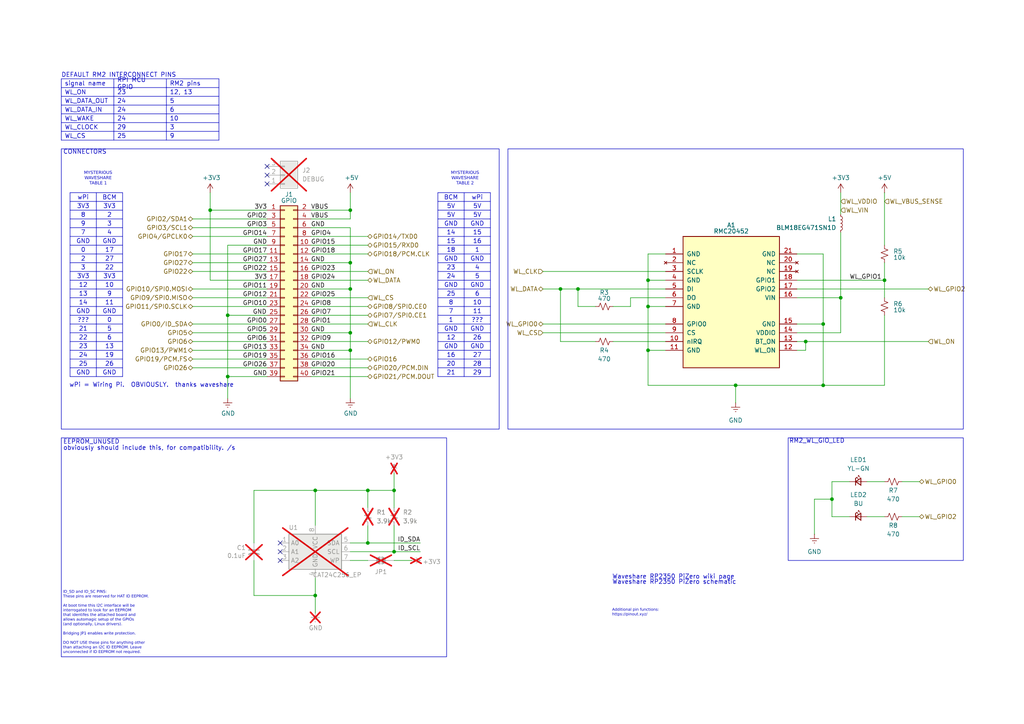
<source format=kicad_sch>
(kicad_sch (version 20250114) (generator "eeschema") (generator_version "9.0")
  (paper "A4")
  (title_block (title "Radio Module 2 uHAT for Pico Series") (date "2026-02-13") (rev "0.0.0") (company "LiterallySomeCat"))
  (lib_symbols
    (symbol "Connector_Generic:Conn_02x20_Odd_Even" (pin_names (offset 1.016) (hide yes))
      (property "Reference" "J" (at 1.27 25.4 0))
      (property "Value" "Conn_02x20_Odd_Even" (at 1.27 -27.94 0))
      (symbol "Conn_02x20_Odd_Even_1_1"
        (pin passive line (at -5.08 22.86 0) (length 3.81) (name "Pin_1") (number "1"))
        (pin passive line (at -5.08 20.32 0) (length 3.81) (name "Pin_3") (number "3"))
        (pin passive line (at -5.08 17.78 0) (length 3.81) (name "Pin_5") (number "5"))
        (pin passive line (at -5.08 15.24 0) (length 3.81) (name "Pin_7") (number "7"))
        (pin passive line (at -5.08 12.7 0) (length 3.81) (name "Pin_9") (number "9"))
        (pin passive line (at -5.08 10.16 0) (length 3.81) (name "Pin_11") (number "11"))
        (pin passive line (at -5.08 7.62 0) (length 3.81) (name "Pin_13") (number "13"))
        (pin passive line (at -5.08 5.08 0) (length 3.81) (name "Pin_15") (number "15"))
        (pin passive line (at -5.08 2.54 0) (length 3.81) (name "Pin_17") (number "17"))
        (pin passive line (at -5.08 0 0) (length 3.81) (name "Pin_19") (number "19"))
        (pin passive line (at -5.08 -2.54 0) (length 3.81) (name "Pin_21") (number "21"))
        (pin passive line (at -5.08 -5.08 0) (length 3.81) (name "Pin_23") (number "23"))
        (pin passive line (at -5.08 -7.62 0) (length 3.81) (name "Pin_25") (number "25"))
        (pin passive line (at -5.08 -10.16 0) (length 3.81) (name "Pin_27") (number "27"))
        (pin passive line (at -5.08 -12.7 0) (length 3.81) (name "Pin_29") (number "29"))
        (pin passive line (at -5.08 -15.24 0) (length 3.81) (name "Pin_31") (number "31"))
        (pin passive line (at -5.08 -17.78 0) (length 3.81) (name "Pin_33") (number "33"))
        (pin passive line (at -5.08 -20.32 0) (length 3.81) (name "Pin_35") (number "35"))
        (pin passive line (at -5.08 -22.86 0) (length 3.81) (name "Pin_37") (number "37"))
        (pin passive line (at -5.08 -25.4 0) (length 3.81) (name "Pin_39") (number "39"))
        (pin passive line (at 7.62 22.86 180) (length 3.81) (name "Pin_2") (number "2"))
        (pin passive line (at 7.62 20.32 180) (length 3.81) (name "Pin_4") (number "4"))
        (pin passive line (at 7.62 17.78 180) (length 3.81) (name "Pin_6") (number "6"))
        (pin passive line (at 7.62 15.24 180) (length 3.81) (name "Pin_8") (number "8"))
        (pin passive line (at 7.62 12.7 180) (length 3.81) (name "Pin_10") (number "10"))
        (pin passive line (at 7.62 10.16 180) (length 3.81) (name "Pin_12") (number "12"))
        (pin passive line (at 7.62 7.62 180) (length 3.81) (name "Pin_14") (number "14"))
        (pin passive line (at 7.62 5.08 180) (length 3.81) (name "Pin_16") (number "16"))
        (pin passive line (at 7.62 2.54 180) (length 3.81) (name "Pin_18") (number "18"))
        (pin passive line (at 7.62 0 180) (length 3.81) (name "Pin_20") (number "20"))
        (pin passive line (at 7.62 -2.54 180) (length 3.81) (name "Pin_22") (number "22"))
        (pin passive line (at 7.62 -5.08 180) (length 3.81) (name "Pin_24") (number "24"))
        (pin passive line (at 7.62 -7.62 180) (length 3.81) (name "Pin_26") (number "26"))
        (pin passive line (at 7.62 -10.16 180) (length 3.81) (name "Pin_28") (number "28"))
        (pin passive line (at 7.62 -12.7 180) (length 3.81) (name "Pin_30") (number "30"))
        (pin passive line (at 7.62 -15.24 180) (length 3.81) (name "Pin_32") (number "32"))
        (pin passive line (at 7.62 -17.78 180) (length 3.81) (name "Pin_34") (number "34"))
        (pin passive line (at 7.62 -20.32 180) (length 3.81) (name "Pin_36") (number "36"))
        (pin passive line (at 7.62 -22.86 180) (length 3.81) (name "Pin_38") (number "38"))
        (pin passive line (at 7.62 -25.4 180) (length 3.81) (name "Pin_40") (number "40"))
      )
    )
    (symbol "Device:C_Small_US" (pin_numbers (hide yes)) (pin_names (offset 0.254) (hide yes))
      (property "Reference" "C" (at 0.254 1.778 0))
      (property "Value" "C_Small_US" (at 0.254 -2.032 0))
      (symbol "C_Small_US_1_1"
        (pin passive line (at 0 2.54 270) (length 2.032) (name "~") (number "1"))
        (pin passive line (at 0 -2.54 90) (length 2.032) (name "~") (number "2"))
      )
    )
    (symbol "Device:L_Small" (pin_numbers (hide yes)) (pin_names (offset 0.254) (hide yes))
      (property "Reference" "L" (at 0.762 1.016 0))
      (property "Value" "L_Small" (at 0.762 -1.016 0))
      (symbol "L_Small_1_1"
        (pin passive line (at 0 2.54 270) (length 0.508) (name "~") (number "1"))
        (pin passive line (at 0 -2.54 90) (length 0.508) (name "~") (number "2"))
      )
    )
    (symbol "Device:R_Small_US" (pin_numbers (hide yes)) (pin_names (offset 0.254) (hide yes))
      (property "Reference" "R" (at 0.762 0.508 0))
      (property "Value" "R_Small_US" (at 0.762 -1.016 0))
      (symbol "R_Small_US_1_1"
        (pin passive line (at 0 2.54 270) (length 1.016) (name "~") (number "1"))
        (pin passive line (at 0 -2.54 90) (length 1.016) (name "~") (number "2"))
      )
    )
    (symbol "GND_1" (power) (pin_numbers (hide yes)) (pin_names (offset 0) (hide yes))
      (property "Value" "GND" (at 0 -3.81 0))
      (symbol "GND_1_1_1"
        (pin power_in line (at 0 0 270) (length 0) (name "~") (number "1"))
      )
    )
    (symbol "GND_2" (power) (pin_numbers (hide yes)) (pin_names (offset 0) (hide yes))
      (property "Value" "GND" (at 0 -3.81 0))
      (symbol "GND_2_1_1"
        (pin power_in line (at 0 0 270) (length 0) (name "~") (number "1"))
      )
    )
    (symbol "GND_3" (power) (pin_numbers (hide yes)) (pin_names (offset 0) (hide yes))
      (property "Value" "GND" (at 0 -3.81 0))
      (symbol "GND_3_1_1"
        (pin power_in line (at 0 0 270) (length 0) (name "~") (number "1"))
      )
    )
    (symbol "GND_4" (power) (pin_numbers (hide yes)) (pin_names (offset 0) (hide yes))
      (property "Value" "GND" (at 0 -3.81 0))
      (symbol "GND_4_1_1"
        (pin power_in line (at 0 0 270) (length 0) (name "~") (number "1"))
      )
    )
    (symbol "Jumper:SolderJumper_2_Open" (pin_numbers (hide yes)) (pin_names (offset 0) (hide yes)) (in_bom no)
      (property "Reference" "JP" (at 0 2.032 0))
      (property "Value" "SolderJumper_2_Open" (at 0 -2.54 0))
      (symbol "SolderJumper_2_Open_1_1"
        (pin passive line (at -3.81 0 0) (length 2.54) (name "A") (number "1"))
        (pin passive line (at 3.81 0 180) (length 2.54) (name "B") (number "2"))
      )
    )
    (symbol "bad-symbol-edits:CAT24C256_EP"
      (property "Reference" "U1" (at -6.35 7.0042 0))
      (property "Value" "CAT24C256_EP" (at 6.35 -6.7245 0))
      (symbol "CAT24C256_EP_1_1"
        (pin input line (at -10.16 2.54 0) (length 2.54) (name "A0") (number "1"))
        (pin input line (at -10.16 0 0) (length 2.54) (name "A1") (number "2"))
        (pin input line (at -10.16 -2.54 0) (length 2.54) (name "A2") (number "3"))
        (pin power_in line (at 0 7.62 270) (length 2.54) (name "VCC") (number "8"))
        (pin power_in line (at 0 -7.62 90) (length 2.54) (name "GND") (number "4"))
        (pin power_in line (at 0 -7.62 90) (length 2.54) (hide yes) (name "EP") (number "9"))
        (pin bidirectional line (at 10.16 2.54 180) (length 2.54) (name "SDA") (number "5"))
        (pin input line (at 10.16 0 180) (length 2.54) (name "SCL") (number "6"))
        (pin input line (at 10.16 -2.54 180) (length 2.54) (name "WP") (number "7"))
      )
    )
    (symbol "bad-symbol-edits:GND" (power) (pin_numbers (hide yes)) (pin_names (offset 0) (hide yes))
      (property "Value" "GND" (at 0 -3.81 0))
      (symbol "GND_1_1"
        (pin power_in line (at 0 0 270) (length 0) (name "~") (number "1"))
      )
    )
    (symbol "bad-symbol-edits:RPI_RMC20452T_edit" (pin_names (offset 1.016))
      (property "Reference" "A" (at 13.97 4.064 0))
      (property "Value" "RMC20452" (at 13.97 2.032 0))
      (symbol "RPI_RMC20452T_edit_1_0"
        (pin output line (at -5.08 -17.78 0) (length 5.08) (name "DO") (number "6"))
        (pin power_in line (at -5.08 -20.32 0) (length 5.08) (name "GND") (number "7"))
        (pin bidirectional line (at -5.08 -25.4 0) (length 5.08) (name "GPIO0") (number "8"))
        (pin input line (at -5.08 -27.94 0) (length 5.08) (name "CS") (number "9"))
        (pin output line (at -5.08 -30.48 0) (length 5.08) (name "nIRQ") (number "10"))
        (pin power_in line (at -5.08 -33.02 0) (length 5.08) (name "GND") (number "11"))
        (pin power_in line (at 33.02 -5.08 180) (length 5.08) (name "GND") (number "21"))
        (pin bidirectional line (at 33.02 -12.7 180) (length 5.08) (name "GPIO1") (number "18"))
        (pin bidirectional line (at 33.02 -15.24 180) (length 5.08) (name "GPIO2") (number "17"))
        (pin power_in line (at 33.02 -17.78 180) (length 5.08) (name "VIN") (number "16"))
        (pin power_in line (at 33.02 -25.4 180) (length 5.08) (name "GND") (number "15"))
        (pin power_in line (at 33.02 -27.94 180) (length 5.08) (name "VDDIO") (number "14"))
        (pin input line (at 33.02 -30.48 180) (length 5.08) (name "BT_ON") (number "13"))
        (pin input line (at 33.02 -33.02 180) (length 5.08) (name "WL_ON") (number "12"))
      )
      (symbol "RPI_RMC20452T_edit_1_1"
        (pin power_in line (at -5.08 -5.08 0) (length 5.08) (name "GND") (number "1"))
        (pin no_connect line (at -5.08 -7.62 0) (length 5.08) (name "NC") (number "2"))
        (pin input line (at -5.08 -10.16 0) (length 5.08) (name "SCLK") (number "3"))
        (pin power_in line (at -5.08 -12.7 0) (length 5.08) (name "GND") (number "4"))
        (pin input line (at -5.08 -15.24 0) (length 5.08) (name "DI") (number "5"))
        (pin no_connect line (at 33.02 -7.62 180) (length 5.08) (name "NC") (number "20"))
        (pin no_connect line (at 33.02 -10.16 180) (length 5.08) (name "NC") (number "19"))
      )
    )
    (symbol "connectors-board-added:BG125-03-A-1-1-0440-N-D" (pin_names (offset 0.762) (hide yes))
      (property "Reference" "J" (at 6.35 4.318 0))
      (property "Value" "BG125-03-A-1-1-0440-N-D" (at 6.35 2.54 0))
      (symbol "BG125-03-A-1-1-0440-N-D_0_0"
        (pin passive line (at 0 0 0) (length 3.81) (name "3") (number "3"))
        (pin passive line (at 0 -2.54 0) (length 3.81) (name "2") (number "2"))
        (pin passive line (at 0 -5.08 0) (length 3.81) (name "1") (number "1"))
      )
    )
    (symbol "leds-added:599-0060-007F" (pin_numbers (hide yes)) (pin_names (offset 0.762) (hide yes))
      (property "Reference" "LED" (at 0 5.334 0))
      (property "Value" "599-0060-007F" (at 0 2.794 0))
      (symbol "599-0060-007F_1_1"
        (pin passive line (at 0 0 0) (length 1.778) (name "K") (number "1"))
        (pin passive line (at 5.08 0 180) (length 1.778) (name "A") (number "2"))
      )
    )
    (symbol "leds-added:599-0090-137F" (pin_numbers (hide yes)) (pin_names (offset 0.762) (hide yes))
      (property "Reference" "LED2" (at 2.6035 6.35 0))
      (property "Value" "BU" (at 2.6035 3.81 0))
      (symbol "599-0090-137F_1_1"
        (pin passive line (at 0 0 0) (length 1.778) (name "K") (number "1"))
        (pin passive line (at 5.08 0 180) (length 1.778) (name "A") (number "2"))
      )
    )
    (symbol "power:+3.3V" (power) (pin_numbers (hide yes)) (pin_names (offset 0) (hide yes))
      (property "Value" "+3.3V" (at 0 3.556 0))
      (symbol "+3.3V_1_1"
        (pin power_in line (at 0 0 90) (length 0) (name "~") (number "1"))
      )
    )
    (symbol "power:+3V3" (power) (pin_numbers (hide yes)) (pin_names (offset 0) (hide yes))
      (property "Value" "+3V3" (at 0 3.556 0))
      (symbol "+3V3_1_1"
        (pin power_in line (at 0 0 90) (length 0) (name "~") (number "1"))
      )
    )
    (symbol "power:+5V" (power) (pin_numbers (hide yes)) (pin_names (offset 0) (hide yes))
      (property "Value" "+5V" (at 0 3.556 0))
      (symbol "+5V_1_1"
        (pin power_in line (at 0 0 90) (length 0) (name "~") (number "1"))
      )
    )
  )
  (bus_alias "ANALOG" (members "ADC_VREF" "AGND" "GPIO26" "GPIO27" "GPIO28"))
  (bus_alias "GPIO[0..15]" (members "GPIO0" "GPIO1" "GPIO2" "GPIO3" "GPIO4" "GPIO5" "GPIO6" "GPIO7" "GPIO8" "GPIO9" "GPIO10" "GPIO11" "GPIO12" "GPIO13" "GPIO14" "GPIO15"))
  (bus_alias "GPIO[16..28" (members "3V3_EN" "ADC_VREF" "RUN" "GPIO28" "GPIO27" "GPIO26" "GPIO22" "GPIO21" "GPIO20" "GPIO19" "GPIO18" "GPIO17" "GPIO16"))
  (rectangle (start 228.6 127) (end 279.4 162.56))
  (rectangle (start 147.32 43.18) (end 279.4 124.46))
  (rectangle (start 17.78 127) (end 129.54 190.5))
  (rectangle (start 17.78 43.18) (end 144.78 124.46))
  (text "wPi = Wiring Pi.  OBVIOUSLY.  thanks waveshare" (at 20.066 111.76 0) (effects (font (size 1.27 1.27)) (justify left)))
  (text "MYSTERIOUS\nWAVESHARE\nTABLE 2\n" (at 134.874 52.07 0) (effects (font (size 0.9 0.9))))
  (text "obviously should include this, for compatibility. /s\n" (at 18.288 130.048 0) (effects (font (size 1.27 1.27)) (justify left)))
  (text "Waveshare RP2350 PiZero schematic" (at 177.546 168.91 0) (effects (font (size 1.27 1.27)) (justify left)))
  (text "Waveshare RP2350 PiZero wiki page" (at 177.546 167.386 0) (effects (font (size 1.27 1.27)) (justify left)))
  (text "ID_SD and ID_SC PINS:\nThese pins are reserved for HAT ID EEPROM.\n\nAt boot time this I2C interface will be\ninterrogated to look for an EEPROM\nthat identifes the attached board and\nallows automagic setup of the GPIOs\n(and optionally, Linux drivers).\n\nBridging JP1 enables write protection.\n\nDO NOT USE these pins for anything other\nthan attaching an I2C ID EEPROM. Leave\nunconnected if ID EEPROM not required." (at 18.288 189.992 0) (effects (font (size 0.8 0.8)) (justify left bottom)))
  (text "EEPROM_UNUSED" (at 18.288 127.508 0) (effects (font (size 1.27 1.27)) (justify left top)))
  (text "DEFAULT RM2 INTERCONNECT PINS" (at 17.78 22.606 0) (effects (font (size 1.27 1.27)) (justify left bottom)))
  (text "RM2_WL_GIO_LED" (at 228.854 127.254 0) (effects (font (size 1.27 1.27)) (justify left top)))
  (text "MYSTERIOUS\nWAVESHARE\nTABLE 1\n" (at 28.448 52.07 0) (effects (font (size 0.9 0.9))))
  (text "CONNECTORS" (at 18.288 43.434 0) (effects (font (size 1.27 1.27)) (justify left top)))
  (text "Additional pin functions:\nhttps://pinout.xyz/" (at 177.546 179.07 0) (effects (font (size 0.8 0.8)) (justify left bottom)))
  (junction (at 233.68 99.06))
  (junction (at 114.3 142.24))
  (junction (at 101.6 83.82))
  (junction (at 187.96 101.6))
  (junction (at 101.6 60.96))
  (junction (at 106.68 157.48))
  (junction (at 91.44 172.72))
  (junction (at 101.6 96.52))
  (junction (at 213.36 111.76))
  (junction (at 101.6 76.2))
  (junction (at 256.54 81.28))
  (junction (at 167.64 83.82))
  (junction (at 91.44 142.24))
  (junction (at 106.68 142.24))
  (junction (at 66.04 109.22))
  (junction (at 187.96 88.9))
  (junction (at 60.96 60.96))
  (junction (at 243.84 86.36))
  (junction (at 66.04 91.44))
  (junction (at 238.76 111.76))
  (junction (at 162.56 83.82))
  (junction (at 114.3 160.02))
  (junction (at 187.96 81.28))
  (junction (at 101.6 101.6))
  (junction (at 238.76 93.98))
  (junction (at 241.3 144.78))
  (no_connect (at 81.28 157.48))
  (no_connect (at 81.28 160.02))
  (no_connect (at 81.28 162.56))
  (no_connect (at 77.47 50.8))
  (no_connect (at 77.47 48.26))
  (no_connect (at 77.47 53.34))
  (wire (pts (xy 213.36 111.76) (xy 213.36 116.84)))
  (wire (pts (xy 77.47 73.66) (xy 55.88 73.66)))
  (wire (pts (xy 73.66 142.24) (xy 91.44 142.24)))
  (wire (pts (xy 114.3 137.16) (xy 114.3 142.24)))
  (wire (pts (xy 261.62 139.7) (xy 266.7 139.7)))
  (wire (pts (xy 106.68 142.24) (xy 114.3 142.24)))
  (wire (pts (xy 243.84 55.88) (xy 243.84 62.23)))
  (wire (pts (xy 90.17 109.22) (xy 106.68 109.22)))
  (wire (pts (xy 101.6 60.96) (xy 101.6 63.5)))
  (wire (pts (xy 231.14 93.98) (xy 238.76 93.98)))
  (wire (pts (xy 90.17 76.2) (xy 101.6 76.2)))
  (wire (pts (xy 90.17 66.04) (xy 101.6 66.04)))
  (wire (pts (xy 187.96 73.66) (xy 187.96 81.28)))
  (wire (pts (xy 256.54 81.28) (xy 256.54 76.2)))
  (wire (pts (xy 90.17 106.68) (xy 106.68 106.68)))
  (wire (pts (xy 238.76 93.98) (xy 238.76 111.76)))
  (wire (pts (xy 167.64 88.9) (xy 167.64 83.82)))
  (wire (pts (xy 182.88 86.36) (xy 193.04 86.36)))
  (wire (pts (xy 90.17 86.36) (xy 106.68 86.36)))
  (wire (pts (xy 101.6 157.48) (xy 106.68 157.48)))
  (wire (pts (xy 66.04 71.12) (xy 77.47 71.12)))
  (wire (pts (xy 101.6 162.56) (xy 106.68 162.56)))
  (wire (pts (xy 114.3 162.56) (xy 119.38 162.56)))
  (wire (pts (xy 77.47 93.98) (xy 55.88 93.98)))
  (wire (pts (xy 55.88 96.52) (xy 77.47 96.52)))
  (wire (pts (xy 106.68 157.48) (xy 121.92 157.48)))
  (wire (pts (xy 236.22 154.94) (xy 236.22 144.78)))
  (wire (pts (xy 90.17 63.5) (xy 101.6 63.5)))
  (wire (pts (xy 241.3 149.86) (xy 246.38 149.86)))
  (wire (pts (xy 243.84 67.31) (xy 243.84 86.36)))
  (wire (pts (xy 66.04 91.44) (xy 77.47 91.44)))
  (wire (pts (xy 187.96 81.28) (xy 193.04 81.28)))
  (wire (pts (xy 172.72 88.9) (xy 167.64 88.9)))
  (wire (pts (xy 101.6 101.6) (xy 101.6 115.57)))
  (wire (pts (xy 91.44 142.24) (xy 91.44 152.4)))
  (wire (pts (xy 101.6 76.2) (xy 101.6 83.82)))
  (wire (pts (xy 187.96 88.9) (xy 187.96 101.6)))
  (wire (pts (xy 90.17 71.12) (xy 106.68 71.12)))
  (wire (pts (xy 167.64 83.82) (xy 193.04 83.82)))
  (wire (pts (xy 66.04 71.12) (xy 66.04 91.44)))
  (wire (pts (xy 55.88 76.2) (xy 77.47 76.2)))
  (wire (pts (xy 114.3 152.4) (xy 114.3 160.02)))
  (wire (pts (xy 90.17 81.28) (xy 106.68 81.28)))
  (wire (pts (xy 60.96 55.88) (xy 60.96 60.96)))
  (wire (pts (xy 162.56 83.82) (xy 162.56 99.06)))
  (wire (pts (xy 182.88 86.36) (xy 182.88 88.9)))
  (wire (pts (xy 55.88 66.04) (xy 77.47 66.04)))
  (wire (pts (xy 243.84 86.36) (xy 243.84 96.52)))
  (wire (pts (xy 231.14 99.06) (xy 233.68 99.06)))
  (wire (pts (xy 251.46 149.86) (xy 256.54 149.86)))
  (wire (pts (xy 55.88 88.9) (xy 77.47 88.9)))
  (wire (pts (xy 157.48 83.82) (xy 162.56 83.82)))
  (wire (pts (xy 182.88 88.9) (xy 177.8 88.9)))
  (wire (pts (xy 60.96 81.28) (xy 77.47 81.28)))
  (wire (pts (xy 77.47 63.5) (xy 55.88 63.5)))
  (wire (pts (xy 157.48 78.74) (xy 193.04 78.74)))
  (wire (pts (xy 101.6 55.88) (xy 101.6 60.96)))
  (wire (pts (xy 90.17 104.14) (xy 106.68 104.14)))
  (wire (pts (xy 162.56 83.82) (xy 167.64 83.82)))
  (wire (pts (xy 90.17 93.98) (xy 106.68 93.98)))
  (wire (pts (xy 241.3 139.7) (xy 241.3 144.78)))
  (wire (pts (xy 231.14 86.36) (xy 243.84 86.36)))
  (wire (pts (xy 177.8 99.06) (xy 193.04 99.06)))
  (wire (pts (xy 55.88 68.58) (xy 77.47 68.58)))
  (wire (pts (xy 106.68 142.24) (xy 106.68 147.32)))
  (wire (pts (xy 157.48 93.98) (xy 193.04 93.98)))
  (wire (pts (xy 106.68 152.4) (xy 106.68 157.48)))
  (wire (pts (xy 60.96 60.96) (xy 60.96 81.28)))
  (wire (pts (xy 90.17 73.66) (xy 106.68 73.66)))
  (wire (pts (xy 233.68 99.06) (xy 269.24 99.06)))
  (wire (pts (xy 101.6 160.02) (xy 114.3 160.02)))
  (wire (pts (xy 90.17 83.82) (xy 101.6 83.82)))
  (wire (pts (xy 246.38 139.7) (xy 241.3 139.7)))
  (wire (pts (xy 55.88 78.74) (xy 77.47 78.74)))
  (wire (pts (xy 55.88 86.36) (xy 77.47 86.36)))
  (wire (pts (xy 261.62 149.86) (xy 266.7 149.86)))
  (wire (pts (xy 90.17 60.96) (xy 101.6 60.96)))
  (wire (pts (xy 231.14 96.52) (xy 243.84 96.52)))
  (wire (pts (xy 231.14 81.28) (xy 256.54 81.28)))
  (wire (pts (xy 251.46 139.7) (xy 256.54 139.7)))
  (wire (pts (xy 91.44 142.24) (xy 106.68 142.24)))
  (wire (pts (xy 193.04 73.66) (xy 187.96 73.66)))
  (wire (pts (xy 55.88 99.06) (xy 77.47 99.06)))
  (wire (pts (xy 187.96 111.76) (xy 213.36 111.76)))
  (wire (pts (xy 236.22 144.78) (xy 241.3 144.78)))
  (wire (pts (xy 233.68 101.6) (xy 231.14 101.6)))
  (wire (pts (xy 55.88 104.14) (xy 77.47 104.14)))
  (wire (pts (xy 91.44 172.72) (xy 91.44 177.8)))
  (wire (pts (xy 187.96 81.28) (xy 187.96 88.9)))
  (wire (pts (xy 90.17 68.58) (xy 106.68 68.58)))
  (wire (pts (xy 66.04 109.22) (xy 77.47 109.22)))
  (wire (pts (xy 90.17 91.44) (xy 106.68 91.44)))
  (wire (pts (xy 101.6 83.82) (xy 101.6 96.52)))
  (wire (pts (xy 241.3 144.78) (xy 241.3 149.86)))
  (wire (pts (xy 238.76 111.76) (xy 256.54 111.76)))
  (wire (pts (xy 114.3 160.02) (xy 121.92 160.02)))
  (wire (pts (xy 256.54 81.28) (xy 256.54 86.36)))
  (wire (pts (xy 90.17 101.6) (xy 101.6 101.6)))
  (wire (pts (xy 55.88 106.68) (xy 77.47 106.68)))
  (wire (pts (xy 187.96 101.6) (xy 193.04 101.6)))
  (wire (pts (xy 90.17 96.52) (xy 101.6 96.52)))
  (wire (pts (xy 231.14 73.66) (xy 238.76 73.66)))
  (wire (pts (xy 238.76 73.66) (xy 238.76 93.98)))
  (wire (pts (xy 187.96 88.9) (xy 193.04 88.9)))
  (wire (pts (xy 213.36 111.76) (xy 238.76 111.76)))
  (wire (pts (xy 73.66 142.24) (xy 73.66 157.48)))
  (wire (pts (xy 73.66 162.56) (xy 73.66 172.72)))
  (wire (pts (xy 73.66 172.72) (xy 91.44 172.72)))
  (wire (pts (xy 256.54 91.44) (xy 256.54 111.76)))
  (wire (pts (xy 91.44 167.64) (xy 91.44 172.72)))
  (wire (pts (xy 231.14 83.82) (xy 269.24 83.82)))
  (wire (pts (xy 101.6 66.04) (xy 101.6 76.2)))
  (wire (pts (xy 66.04 91.44) (xy 66.04 109.22)))
  (wire (pts (xy 77.47 101.6) (xy 55.88 101.6)))
  (wire (pts (xy 256.54 55.88) (xy 256.54 71.12)))
  (wire (pts (xy 162.56 99.06) (xy 172.72 99.06)))
  (wire (pts (xy 157.48 96.52) (xy 193.04 96.52)))
  (wire (pts (xy 101.6 96.52) (xy 101.6 101.6)))
  (wire (pts (xy 90.17 78.74) (xy 106.68 78.74)))
  (wire (pts (xy 90.17 88.9) (xy 106.68 88.9)))
  (wire (pts (xy 233.68 99.06) (xy 233.68 101.6)))
  (wire (pts (xy 60.96 60.96) (xy 77.47 60.96)))
  (wire (pts (xy 90.17 99.06) (xy 106.68 99.06)))
  (wire (pts (xy 66.04 109.22) (xy 66.04 115.57)))
  (wire (pts (xy 187.96 101.6) (xy 187.96 111.76)))
  (wire (pts (xy 77.47 83.82) (xy 55.88 83.82)))
  (wire (pts (xy 114.3 142.24) (xy 114.3 147.32)))
  (table (column_count 2) (border (external yes) (header yes)) (separators (rows yes) (cols yes)) (column_widths 7.62 7.62) (row_heights 2.54 2.54 2.54 2.54 2.54 2.54 2.54 2.54 2.54 2.54 2.54 2.54 2.54 2.54 2.54 2.54 2.54 2.54 2.54 2.54 2.54) (cells (table_cell "wPi" (at 20.32 55.88 0) (size 7.62 2.54) (margins 0.9525 0.9525 0.9525 0.9525) (span 1 1)) (table_cell "BCM" (at 27.94 55.88 0) (size 7.62 2.54) (margins 0.9525 0.9525 0.9525 0.9525) (span 1 1)) (table_cell "3V3" (at 20.32 58.42 0) (size 7.62 2.54) (margins 0.9525 0.9525 0.9525 0.9525) (span 1 1)) (table_cell "3V3" (at 27.94 58.42 0) (size 7.62 2.54) (margins 0.9525 0.9525 0.9525 0.9525) (span 1 1)) (table_cell "8" (at 20.32 60.96 0) (size 7.62 2.54) (margins 0.9525 0.9525 0.9525 0.9525) (span 1 1)) (table_cell "2" (at 27.94 60.96 0) (size 7.62 2.54) (margins 0.9525 0.9525 0.9525 0.9525) (span 1 1)) (table_cell "9" (at 20.32 63.5 0) (size 7.62 2.54) (margins 0.9525 0.9525 0.9525 0.9525) (span 1 1)) (table_cell "3" (at 27.94 63.5 0) (size 7.62 2.54) (margins 0.9525 0.9525 0.9525 0.9525) (span 1 1)) (table_cell "7" (at 20.32 66.04 0) (size 7.62 2.54) (margins 0.9525 0.9525 0.9525 0.9525) (span 1 1)) (table_cell "4" (at 27.94 66.04 0) (size 7.62 2.54) (margins 0.9525 0.9525 0.9525 0.9525) (span 1 1)) (table_cell "GND" (at 20.32 68.58 0) (size 7.62 2.54) (margins 0.9525 0.9525 0.9525 0.9525) (span 1 1)) (table_cell "GND" (at 27.94 68.58 0) (size 7.62 2.54) (margins 0.9525 0.9525 0.9525 0.9525) (span 1 1)) (table_cell "0" (at 20.32 71.12 0) (size 7.62 2.54) (margins 0.9525 0.9525 0.9525 0.9525) (span 1 1)) (table_cell "17" (at 27.94 71.12 0) (size 7.62 2.54) (margins 0.9525 0.9525 0.9525 0.9525) (span 1 1)) (table_cell "2" (at 20.32 73.66 0) (size 7.62 2.54) (margins 0.9525 0.9525 0.9525 0.9525) (span 1 1)) (table_cell "27" (at 27.94 73.66 0) (size 7.62 2.54) (margins 0.9525 0.9525 0.9525 0.9525) (span 1 1)) (table_cell "3" (at 20.32 76.2 0) (size 7.62 2.54) (margins 0.9525 0.9525 0.9525 0.9525) (span 1 1)) (table_cell "22" (at 27.94 76.2 0) (size 7.62 2.54) (margins 0.9525 0.9525 0.9525 0.9525) (span 1 1)) (table_cell "3V3" (at 20.32 78.74 0) (size 7.62 2.54) (margins 0.9525 0.9525 0.9525 0.9525) (span 1 1)) (table_cell "3V3" (at 27.94 78.74 0) (size 7.62 2.54) (margins 0.9525 0.9525 0.9525 0.9525) (span 1 1)) (table_cell "12" (at 20.32 81.28 0) (size 7.62 2.54) (margins 0.9525 0.9525 0.9525 0.9525) (span 1 1)) (table_cell "10" (at 27.94 81.28 0) (size 7.62 2.54) (margins 0.9525 0.9525 0.9525 0.9525) (span 1 1)) (table_cell "13" (at 20.32 83.82 0) (size 7.62 2.54) (margins 0.9525 0.9525 0.9525 0.9525) (span 1 1)) (table_cell "9" (at 27.94 83.82 0) (size 7.62 2.54) (margins 0.9525 0.9525 0.9525 0.9525) (span 1 1)) (table_cell "14" (at 20.32 86.36 0) (size 7.62 2.54) (margins 0.9525 0.9525 0.9525 0.9525) (span 1 1)) (table_cell "11" (at 27.94 86.36 0) (size 7.62 2.54) (margins 0.9525 0.9525 0.9525 0.9525) (span 1 1)) (table_cell "GND" (at 20.32 88.9 0) (size 7.62 2.54) (margins 0.9525 0.9525 0.9525 0.9525) (span 1 1)) (table_cell "GND" (at 27.94 88.9 0) (size 7.62 2.54) (margins 0.9525 0.9525 0.9525 0.9525) (span 1 1)) (table_cell "???" (at 20.32 91.44 0) (size 7.62 2.54) (margins 0.9525 0.9525 0.9525 0.9525) (span 1 1)) (table_cell "0" (at 27.94 91.44 0) (size 7.62 2.54) (margins 0.9525 0.9525 0.9525 0.9525) (span 1 1)) (table_cell "21" (at 20.32 93.98 0) (size 7.62 2.54) (margins 0.9525 0.9525 0.9525 0.9525) (span 1 1)) (table_cell "5" (at 27.94 93.98 0) (size 7.62 2.54) (margins 0.9525 0.9525 0.9525 0.9525) (span 1 1)) (table_cell "22" (at 20.32 96.52 0) (size 7.62 2.54) (margins 0.9525 0.9525 0.9525 0.9525) (span 1 1)) (table_cell "6" (at 27.94 96.52 0) (size 7.62 2.54) (margins 0.9525 0.9525 0.9525 0.9525) (span 1 1)) (table_cell "23" (at 20.32 99.06 0) (size 7.62 2.54) (margins 0.9525 0.9525 0.9525 0.9525) (span 1 1)) (table_cell "13" (at 27.94 99.06 0) (size 7.62 2.54) (margins 0.9525 0.9525 0.9525 0.9525) (span 1 1)) (table_cell "24" (at 20.32 101.6 0) (size 7.62 2.54) (margins 0.9525 0.9525 0.9525 0.9525) (span 1 1)) (table_cell "19" (at 27.94 101.6 0) (size 7.62 2.54) (margins 0.9525 0.9525 0.9525 0.9525) (span 1 1)) (table_cell "25" (at 20.32 104.14 0) (size 7.62 2.54) (margins 0.9525 0.9525 0.9525 0.9525) (span 1 1)) (table_cell "26" (at 27.94 104.14 0) (size 7.62 2.54) (margins 0.9525 0.9525 0.9525 0.9525) (span 1 1)) (table_cell "GND" (at 20.32 106.68 0) (size 7.62 2.54) (margins 0.9525 0.9525 0.9525 0.9525) (span 1 1)) (table_cell "GND" (at 27.94 106.68 0) (size 7.62 2.54) (margins 0.9525 0.9525 0.9525 0.9525) (span 1 1))))
  (table (column_count 2) (border (external yes) (header yes)) (separators (rows yes) (cols yes)) (column_widths 7.62 7.62) (row_heights 2.54 2.54 2.54 2.54 2.54 2.54 2.54 2.54 2.54 2.54 2.54 2.54 2.54 2.54 2.54 2.54 2.54 2.54 2.54 2.54 2.54) (cells (table_cell "BCM" (at 127 55.88 0) (size 7.62 2.54) (margins 0.9525 0.9525 0.9525 0.9525) (span 1 1)) (table_cell "wPi" (at 134.62 55.88 0) (size 7.62 2.54) (margins 0.9525 0.9525 0.9525 0.9525) (span 1 1)) (table_cell "5V" (at 127 58.42 0) (size 7.62 2.54) (margins 0.9525 0.9525 0.9525 0.9525) (span 1 1)) (table_cell "5V" (at 134.62 58.42 0) (size 7.62 2.54) (margins 0.9525 0.9525 0.9525 0.9525) (span 1 1)) (table_cell "5V" (at 127 60.96 0) (size 7.62 2.54) (margins 0.9525 0.9525 0.9525 0.9525) (span 1 1)) (table_cell "5V" (at 134.62 60.96 0) (size 7.62 2.54) (margins 0.9525 0.9525 0.9525 0.9525) (span 1 1)) (table_cell "GND" (at 127 63.5 0) (size 7.62 2.54) (margins 0.9525 0.9525 0.9525 0.9525) (span 1 1)) (table_cell "GND" (at 134.62 63.5 0) (size 7.62 2.54) (margins 0.9525 0.9525 0.9525 0.9525) (span 1 1)) (table_cell "14" (at 127 66.04 0) (size 7.62 2.54) (margins 0.9525 0.9525 0.9525 0.9525) (span 1 1)) (table_cell "15" (at 134.62 66.04 0) (size 7.62 2.54) (margins 0.9525 0.9525 0.9525 0.9525) (span 1 1)) (table_cell "15" (at 127 68.58 0) (size 7.62 2.54) (margins 0.9525 0.9525 0.9525 0.9525) (span 1 1)) (table_cell "16" (at 134.62 68.58 0) (size 7.62 2.54) (margins 0.9525 0.9525 0.9525 0.9525) (span 1 1)) (table_cell "18" (at 127 71.12 0) (size 7.62 2.54) (margins 0.9525 0.9525 0.9525 0.9525) (span 1 1)) (table_cell "1" (at 134.62 71.12 0) (size 7.62 2.54) (margins 0.9525 0.9525 0.9525 0.9525) (span 1 1)) (table_cell "GND" (at 127 73.66 0) (size 7.62 2.54) (margins 0.9525 0.9525 0.9525 0.9525) (span 1 1)) (table_cell "GND" (at 134.62 73.66 0) (size 7.62 2.54) (margins 0.9525 0.9525 0.9525 0.9525) (span 1 1)) (table_cell "23" (at 127 76.2 0) (size 7.62 2.54) (margins 0.9525 0.9525 0.9525 0.9525) (span 1 1)) (table_cell "4" (at 134.62 76.2 0) (size 7.62 2.54) (margins 0.9525 0.9525 0.9525 0.9525) (span 1 1)) (table_cell "24" (at 127 78.74 0) (size 7.62 2.54) (margins 0.9525 0.9525 0.9525 0.9525) (span 1 1)) (table_cell "5" (at 134.62 78.74 0) (size 7.62 2.54) (margins 0.9525 0.9525 0.9525 0.9525) (span 1 1)) (table_cell "GND" (at 127 81.28 0) (size 7.62 2.54) (margins 0.9525 0.9525 0.9525 0.9525) (span 1 1)) (table_cell "GND" (at 134.62 81.28 0) (size 7.62 2.54) (margins 0.9525 0.9525 0.9525 0.9525) (span 1 1)) (table_cell "25" (at 127 83.82 0) (size 7.62 2.54) (margins 0.9525 0.9525 0.9525 0.9525) (span 1 1)) (table_cell "6" (at 134.62 83.82 0) (size 7.62 2.54) (margins 0.9525 0.9525 0.9525 0.9525) (span 1 1)) (table_cell "8" (at 127 86.36 0) (size 7.62 2.54) (margins 0.9525 0.9525 0.9525 0.9525) (span 1 1)) (table_cell "10" (at 134.62 86.36 0) (size 7.62 2.54) (margins 0.9525 0.9525 0.9525 0.9525) (span 1 1)) (table_cell "7" (at 127 88.9 0) (size 7.62 2.54) (margins 0.9525 0.9525 0.9525 0.9525) (span 1 1)) (table_cell "11" (at 134.62 88.9 0) (size 7.62 2.54) (margins 0.9525 0.9525 0.9525 0.9525) (span 1 1)) (table_cell "1" (at 127 91.44 0) (size 7.62 2.54) (margins 0.9525 0.9525 0.9525 0.9525) (span 1 1)) (table_cell "???" (at 134.62 91.44 0) (size 7.62 2.54) (margins 0.9525 0.9525 0.9525 0.9525) (span 1 1)) (table_cell "GND" (at 127 93.98 0) (size 7.62 2.54) (margins 0.9525 0.9525 0.9525 0.9525) (span 1 1)) (table_cell "GND" (at 134.62 93.98 0) (size 7.62 2.54) (margins 0.9525 0.9525 0.9525 0.9525) (span 1 1)) (table_cell "12" (at 127 96.52 0) (size 7.62 2.54) (margins 0.9525 0.9525 0.9525 0.9525) (span 1 1)) (table_cell "26" (at 134.62 96.52 0) (size 7.62 2.54) (margins 0.9525 0.9525 0.9525 0.9525) (span 1 1)) (table_cell "GND" (at 127 99.06 0) (size 7.62 2.54) (margins 0.9525 0.9525 0.9525 0.9525) (span 1 1)) (table_cell "GND" (at 134.62 99.06 0) (size 7.62 2.54) (margins 0.9525 0.9525 0.9525 0.9525) (span 1 1)) (table_cell "16" (at 127 101.6 0) (size 7.62 2.54) (margins 0.9525 0.9525 0.9525 0.9525) (span 1 1)) (table_cell "27" (at 134.62 101.6 0) (size 7.62 2.54) (margins 0.9525 0.9525 0.9525 0.9525) (span 1 1)) (table_cell "20" (at 127 104.14 0) (size 7.62 2.54) (margins 0.9525 0.9525 0.9525 0.9525) (span 1 1)) (table_cell "28" (at 134.62 104.14 0) (size 7.62 2.54) (margins 0.9525 0.9525 0.9525 0.9525) (span 1 1)) (table_cell "21" (at 127 106.68 0) (size 7.62 2.54) (margins 0.9525 0.9525 0.9525 0.9525) (span 1 1)) (table_cell "29" (at 134.62 106.68 0) (size 7.62 2.54) (margins 0.9525 0.9525 0.9525 0.9525) (span 1 1))))
  (table (column_count 3) (border (external yes) (header no)) (separators (rows yes) (cols yes)) (column_widths 15.24 15.24 15.24) (row_heights 2.54 2.54 2.54 2.54 2.54 2.54 2.54) (cells (table_cell "signal name" (at 17.78 22.86 0) (size 15.24 2.54) (margins 0.9525 0.9525 0.9525 0.9525) (span 1 1)) (table_cell "RPI MCU GPIO" (at 33.02 22.86 0) (size 15.24 2.54) (margins 0.9525 0.9525 0.9525 0.9525) (span 1 1)) (table_cell "RM2 pins" (at 48.26 22.86 0) (size 15.24 2.54) (margins 0.9525 0.9525 0.9525 0.9525) (span 1 1)) (table_cell "WL_ON" (at 17.78 25.4 0) (size 15.24 2.54) (margins 0.9525 0.9525 0.9525 0.9525) (span 1 1)) (table_cell "23" (at 33.02 25.4 0) (size 15.24 2.54) (margins 0.9525 0.9525 0.9525 0.9525) (span 1 1)) (table_cell "12, 13" (at 48.26 25.4 0) (size 15.24 2.54) (margins 0.9525 0.9525 0.9525 0.9525) (span 1 1)) (table_cell "WL_DATA_OUT" (at 17.78 27.94 0) (size 15.24 2.54) (margins 0.9525 0.9525 0.9525 0.9525) (span 1 1)) (table_cell "24" (at 33.02 27.94 0) (size 15.24 2.54) (margins 0.9525 0.9525 0.9525 0.9525) (span 1 1)) (table_cell "5" (at 48.26 27.94 0) (size 15.24 2.54) (margins 0.9525 0.9525 0.9525 0.9525) (span 1 1)) (table_cell "WL_DATA_IN" (at 17.78 30.48 0) (size 15.24 2.54) (margins 0.9525 0.9525 0.9525 0.9525) (span 1 1)) (table_cell "24" (at 33.02 30.48 0) (size 15.24 2.54) (margins 0.9525 0.9525 0.9525 0.9525) (span 1 1)) (table_cell "6" (at 48.26 30.48 0) (size 15.24 2.54) (margins 0.9525 0.9525 0.9525 0.9525) (span 1 1)) (table_cell "WL_WAKE" (at 17.78 33.02 0) (size 15.24 2.54) (margins 0.9525 0.9525 0.9525 0.9525) (span 1 1)) (table_cell "24" (at 33.02 33.02 0) (size 15.24 2.54) (margins 0.9525 0.9525 0.9525 0.9525) (span 1 1)) (table_cell "10" (at 48.26 33.02 0) (size 15.24 2.54) (margins 0.9525 0.9525 0.9525 0.9525) (span 1 1)) (table_cell "WL_CLOCK" (at 17.78 35.56 0) (size 15.24 2.54) (margins 0.9525 0.9525 0.9525 0.9525) (span 1 1)) (table_cell "29" (at 33.02 35.56 0) (size 15.24 2.54) (margins 0.9525 0.9525 0.9525 0.9525) (span 1 1)) (table_cell "3" (at 48.26 35.56 0) (size 15.24 2.54) (margins 0.9525 0.9525 0.9525 0.9525) (span 1 1)) (table_cell "WL_CS" (at 17.78 38.1 0) (size 15.24 2.54) (margins 0.9525 0.9525 0.9525 0.9525) (span 1 1)) (table_cell "25" (at 33.02 38.1 0) (size 15.24 2.54) (margins 0.9525 0.9525 0.9525 0.9525) (span 1 1)) (table_cell "9" (at 48.26 38.1 0) (size 15.24 2.54) (margins 0.9525 0.9525 0.9525 0.9525) (span 1 1))))
  (label "GPIO26" (at 77.47 106.68 180))
  (label "GPIO10" (at 77.47 88.9 180))
  (label "GPIO4" (at 90.17 68.58 0))
  (label "GPIO15" (at 90.17 71.12 0))
  (label "ID_SDA" (at 121.92 157.48 180))
  (label "GND" (at 77.47 109.22 180))
  (label "GPIO0" (at 77.47 93.98 180))
  (label "GPIO16" (at 90.17 104.14 0))
  (label "GPIO19" (at 77.47 104.14 180))
  (label "GPIO6" (at 77.47 99.06 180))
  (label "GPIO9" (at 90.17 99.06 0))
  (label "3V3" (at 77.47 60.96 180))
  (label "GND" (at 90.17 83.82 0))
  (label "GND" (at 90.17 76.2 0))
  (label "GPIO25" (at 90.17 86.36 0))
  (label "GPIO13" (at 77.47 101.6 180))
  (label "GND" (at 77.3596 91.44 180))
  (label "GPIO27" (at 77.47 76.2 180))
  (label "GPIO21" (at 90.17 109.22 0))
  (label "GND" (at 90.17 66.04 0))
  (label "GPIO24" (at 90.17 81.28 0))
  (label "GPIO23" (at 90.17 78.74 0))
  (label "VBUS" (at 90.17 63.5 0))
  (label "GPIO17" (at 77.47 73.66 180))
  (label "GPIO3" (at 77.47 66.04 180))
  (label "GPIO14" (at 77.47 68.58 180))
  (label "GND" (at 77.47 71.12 180))
  (label "GPIO12" (at 77.47 86.36 180))
  (label "GND" (at 90.17 101.6 0))
  (label "VBUS" (at 90.17 60.96 0))
  (label "3V3" (at 77.47 81.28 180))
  (label "GPIO11" (at 77.47 83.82 180))
  (label "GPIO22" (at 77.47 78.74 180))
  (label "GPIO8" (at 90.17 88.9 0))
  (label "GPIO7" (at 90.17 91.44 0))
  (label "WL_GPIO1" (at 246.38 81.28 0))
  (label "GPIO20" (at 90.17 106.68 0))
  (label "GPIO5" (at 77.47 96.52 180))
  (label "GPIO1" (at 90.17 93.98 0))
  (label "ID_SCL" (at 121.92 160.02 180))
  (label "GND" (at 90.17 96.52 0))
  (label "GPIO18" (at 90.17 73.66 0))
  (label "GPIO2" (at 77.47 63.5 180))
  (hierarchical_label "WL_VBUS_SENSE" (shape input) (at 256.54 58.42 0))
  (hierarchical_label "WL_GPIO0" (shape bidirectional) (at 157.48 93.98 180))
  (hierarchical_label "WL_VIN" (shape input) (at 243.84 60.96 0))
  (hierarchical_label "GPIO26" (shape bidirectional) (at 55.88 106.68 180))
  (hierarchical_label "GPIO18{slash}PCM.CLK" (shape bidirectional) (at 106.68 73.66 0))
  (hierarchical_label "GPIO9{slash}SPI0.MISO" (shape bidirectional) (at 55.88 86.36 180))
  (hierarchical_label "GPIO10{slash}SPI0.MOSI" (shape bidirectional) (at 55.88 83.82 180))
  (hierarchical_label "GPIO8{slash}SPI0.CE0" (shape bidirectional) (at 106.68 88.9 0))
  (hierarchical_label "WL_ON" (shape input) (at 106.68 78.74 0))
  (hierarchical_label "GPIO12{slash}PWM0" (shape bidirectional) (at 106.68 99.06 0))
  (hierarchical_label "GPIO11{slash}SPI0.SCLK" (shape bidirectional) (at 55.88 88.9 180))
  (hierarchical_label "GPIO17" (shape bidirectional) (at 55.88 73.66 180))
  (hierarchical_label "WL_CS" (shape input) (at 106.68 86.36 0))
  (hierarchical_label "GPIO27" (shape bidirectional) (at 55.88 76.2 180))
  (hierarchical_label "WL_DATA" (shape bidirectional) (at 106.68 81.28 0))
  (hierarchical_label "WL_GPIO2" (shape bidirectional) (at 269.24 83.82 0))
  (hierarchical_label "WL_DATA" (shape bidirectional) (at 157.48 83.82 180))
  (hierarchical_label "GPIO14{slash}TXD0" (shape bidirectional) (at 106.68 68.58 0))
  (hierarchical_label "GPIO22" (shape bidirectional) (at 55.88 78.74 180))
  (hierarchical_label "GPIO7{slash}SPI0.CE1" (shape bidirectional) (at 106.68 91.44 0))
  (hierarchical_label "GPIO13{slash}PWM1" (shape bidirectional) (at 55.88 101.6 180))
  (hierarchical_label "WL_CLK" (shape input) (at 157.48 78.74 180))
  (hierarchical_label "GPIO16" (shape bidirectional) (at 106.68 104.14 0))
  (hierarchical_label "WL_VDDIO" (shape input) (at 243.84 58.42 0))
  (hierarchical_label "GPIO0/ID_SDA" (shape bidirectional) (at 55.88 93.98 180))
  (hierarchical_label "WL_GPIO0" (shape bidirectional) (at 266.7 139.7 0))
  (hierarchical_label "WL_ON" (shape input) (at 269.24 99.06 0))
  (hierarchical_label "WL_CS" (shape input) (at 157.48 96.52 180))
  (hierarchical_label "GPIO20{slash}PCM.DIN" (shape bidirectional) (at 106.68 106.68 0))
  (hierarchical_label "GPIO15{slash}RXD0" (shape bidirectional) (at 106.68 71.12 0))
  (hierarchical_label "WL_CLK" (shape input) (at 106.68 93.98 0))
  (hierarchical_label "GPIO19{slash}PCM.FS" (shape bidirectional) (at 55.88 104.14 180))
  (hierarchical_label "GPIO5" (shape bidirectional) (at 55.88 96.52 180))
  (hierarchical_label "GPIO2{slash}SDA1" (shape bidirectional) (at 55.88 63.5 180))
  (hierarchical_label "GPIO3{slash}SCL1" (shape bidirectional) (at 55.88 66.04 180))
  (hierarchical_label "GPIO21{slash}PCM.DOUT" (shape bidirectional) (at 106.68 109.22 0))
  (hierarchical_label "WL_GPIO2" (shape bidirectional) (at 266.7 149.86 0))
  (hierarchical_label "GPIO4{slash}GPCLK0" (shape bidirectional) (at 55.88 68.58 180))
  (hierarchical_label "GPIO6" (shape bidirectional) (at 55.88 99.06 180))
  (symbol (lib_id "power:+5V") (at 101.6 55.88 0) (unit 1)
    (property "Reference" "#PWR03" (effects (hide yes)))
    (property "Value" "+5V" (at 101.9683 51.5556 0))
    (property "Description" "Power symbol creates a global label with name \"+5V\"" (effects (hide yes)))
  )
  (symbol (lib_id "power:+3.3V") (at 60.96 55.88 0) (unit 1)
    (property "Reference" "#PWR01" (effects (hide yes)))
    (property "Value" "+3V3" (at 61.3283 51.5556 0))
    (property "Description" "Power symbol creates a global label with name \"+3.3V\"" (effects (hide yes)))
  )
  (symbol (lib_name "GND_3") (lib_id "bad-symbol-edits:GND") (at 101.6 115.57 0) (unit 1)
    (property "Reference" "#PWR04" (effects (hide yes)))
    (property "Value" "GND" (at 101.7143 119.8944 0))
    (property "Description" "Power symbol creates a global label with name \"GND\"" (effects (hide yes)))
  )
  (symbol (lib_name "GND_1") (lib_id "bad-symbol-edits:GND") (at 66.04 115.57 0) (unit 1)
    (property "Reference" "#GND01" (effects (hide yes)))
    (property "Value" "GND" (at 66.1543 119.8944 0))
    (property "Description" "Power symbol creates a global label with name \"GND\"" (effects (hide yes)))
  )
  (symbol (lib_id "Connector_Generic:Conn_02x20_Odd_Even") (at 82.55 83.82 0) (unit 1)
    (property "Reference" "J1" (at 83.82 56.388 0))
    (property "Value" "GPIO" (at 83.82 58.1852 0))
    (property "Footprint" "Connector_PinSocket_2.54mm:PinSocket_2x20_P2.54mm_Vertical" (effects (hide yes)))
    (property "Description" "Generic connector, double row, 02x20, odd/even pin numbering scheme (row 1 odd numbers, row 2 even numbers), script generated (kicad-library-utils/schlib/autogen/connector/)" (effects (hide yes)))
  )
  (symbol (lib_name "GND_2") (lib_id "bad-symbol-edits:GND") (at 213.36 116.84 0) (unit 1)
    (property "Reference" "#PWR07" (effects (hide yes)))
    (property "Value" "GND" (at 213.36 121.92 0))
    (property "Description" "Power symbol creates a global label with name \"GND\"" (effects (hide yes)))
  )
  (symbol (lib_id "connectors-board-added:BG125-03-A-1-1-0440-N-D") (at 77.47 48.26 0) (unit 1) (in_bom no) (on_board no) (dnp yes)
    (property "Reference" "J2" (at 87.63 49.4029 0) (effects (justify left)))
    (property "Value" "DEBUG" (at 87.63 51.9429 0) (effects (justify left)))
    (property "Footprint" "lsc-connector-board:BG12503A110440ND" (effects (hide yes)))
    (property "Datasheet" "https://gct.co/connector/bg125" (effects (hide yes)))
    (property "Description" "Board to Board & Mezzanine Connectors 3w, 2.54mm Pitch Socket, SIL, SMT, Vert, D/Ent, R1, GF, Tube" (effects (hide yes)))
    (property "Height" "5.15" (effects (hide yes)))
    (property "Mouser Part Number" "640-BG12503A110440ND" (effects (hide yes)))
    (property "Mouser Price/Stock" "https://www.mouser.co.uk/ProductDetail/GCT/BG125-03-A-1-1-0440-N-D?qs=pUKx8fyJudAK7yphRSiXdQ%3D%3D" (effects (hide yes)))
    (property "Manufacturer_Name" "GCT (GLOBAL CONNECTOR TECHNOLOGY)" (effects (hide yes)))
    (property "Manufacturer_Part_Number" "BG125-03-A-1-1-0440-N-D" (effects (hide yes)))
  )
  (symbol (lib_id "Device:C_Small_US") (at 73.66 160.02 0) (unit 1) (in_bom no) (on_board no) (dnp yes)
    (property "Reference" "C1" (at 71.3358 158.8706 0) (effects (justify right)))
    (property "Value" "0.1uF" (at 71.3358 161.1693 0) (effects (justify right)))
    (property "Footprint" "Capacitor_SMD:C_0603_1608Metric_Pad1.08x0.95mm_HandSolder" (effects (hide yes)))
    (property "Datasheet" "https://datasheets.kyocera-avx.com/AutoMLCC.pdf" (effects (hide yes)))
    (property "Description" "capacitor, small US symbol" (effects (hide yes)))
    (property "part number" "0603YC104K4T4A" (effects (hide yes)))
  )
  (symbol (lib_id "Device:R_Small_US") (at 259.08 139.7 90) (unit 1)
    (property "Reference" "R7" (at 259.08 142.24 90))
    (property "Value" "470" (at 259.08 144.78 90))
    (property "Footprint" "lsc-resistor:R_ERA-6A_0805_2012Metric" (effects (hide yes)))
    (property "Datasheet" "https://industrial.panasonic.com/cdbs/www-data/pdf/RDM0000/AOA0000C307.pdf" (effects (hide yes)))
    (property "Description" "Resistor, small US symbol" (effects (hide yes)))
  )
  (symbol (lib_id "leds-added:599-0060-007F") (at 246.38 139.7 0) (unit 1)
    (property "Reference" "LED1" (at 248.9835 133.35 0))
    (property "Value" "YL-GN" (at 248.9835 135.89 0))
    (property "Footprint" "lsc-led-smd:LED_599-00XX-137F_0603_1608Metric" (effects (hide yes)))
    (property "Datasheet" "https://componentsearchengine.com/Datasheets/1/599-0060-007F.pdf" (effects (hide yes)))
    (property "Description" "599 Series MicroLED SMD LED, Yellow-Green 0603 Package 1.6mm x 0.8mm x 0.7mm" (effects (hide yes)))
    (property "Height" "0.9" (effects (hide yes)))
    (property "Mouser Part Number" "645-599-0060-007F" (effects (hide yes)))
    (property "Mouser Price/Stock" "https://www.mouser.co.uk/ProductDetail/Dialight/599-0060-007F?qs=gTYE2QTfZfRcxTPsRejL0A%3D%3D" (effects (hide yes)))
    (property "Manufacturer_Name" "Dialight" (effects (hide yes)))
    (property "Manufacturer_Part_Number" "599-0060-007F" (effects (hide yes)))
    (property "Part Number" "599-0060-007F" (effects (hide yes)))
  )
  (symbol (lib_id "Device:R_Small_US") (at 175.26 99.06 90) (unit 1)
    (property "Reference" "R4" (at 175.26 101.6 90))
    (property "Value" "470" (at 175.26 104.14 90))
    (property "Footprint" "lsc-resistor:R_ERA-6A_0805_2012Metric" (effects (hide yes)))
    (property "Datasheet" "https://industrial.panasonic.com/cdbs/www-data/pdf/RDM0000/AOA0000C307.pdf" (effects (hide yes)))
    (property "Description" "Resistor, small US symbol" (effects (hide yes)))
    (property "Part Number" "ERA-6AEB471V" (effects (hide yes)))
  )
  (symbol (lib_id "Device:R_Small_US") (at 114.3 149.86 0) (unit 1) (in_bom no) (on_board no) (dnp yes)
    (property "Reference" "R2" (at 116.84 148.5899 0) (effects (justify left)))
    (property "Value" "3.9k" (at 116.84 151.1299 0) (effects (justify left)))
    (property "Footprint" "Resistor_SMD:R_0805_2012Metric_Pad1.20x1.40mm_HandSolder" (effects (hide yes)))
    (property "Datasheet" "https://industrial.panasonic.com/cdbs/www-data/pdf/RDM0000/AOA0000C307.pdf" (effects (hide yes)))
    (property "Description" "Resistor, small US symbol" (effects (hide yes)))
    (property "part number" "ERA-6AEB392V" (effects (hide yes)))
  )
  (symbol (lib_id "leds-added:599-0090-137F") (at 246.38 149.86 0) (unit 1)
    (property "Reference" "LED2" (at 248.9835 143.51 0))
    (property "Value" "BU" (at 248.9835 146.05 0))
    (property "Footprint" "lsc-led-smd:LED_599-00XX-137F_0603_1608Metric" (effects (hide yes)))
    (property "Datasheet" "https://s3-us-west-2.amazonaws.com/catsy.557/C18736.pdf" (effects (hide yes)))
    (property "Description" "599 Series MicroLED SMD Low-Profile LED, Blue 0603 Package 1.6 x 0.8 x 0.4 mm" (effects (hide yes)))
    (property "Height" "0.4" (effects (hide yes)))
    (property "Manufacturer_Name" "Dialight" (effects (hide yes)))
    (property "Manufacturer_Part_Number" "599-0090-137F" (effects (hide yes)))
    (property "Part Number" "599-0090-137F" (effects (hide yes)))
  )
  (symbol (lib_id "Device:R_Small_US") (at 259.08 149.86 90) (unit 1)
    (property "Reference" "R8" (at 259.08 152.4 90))
    (property "Value" "470" (at 259.08 154.94 90))
    (property "Footprint" "lsc-resistor:R_ERA-6A_0805_2012Metric" (effects (hide yes)))
    (property "Datasheet" "https://industrial.panasonic.com/cdbs/www-data/pdf/RDM0000/AOA0000C307.pdf" (effects (hide yes)))
    (property "Description" "Resistor, small US symbol" (effects (hide yes)))
    (property "Part Number" "ERA-6AEB471V" (effects (hide yes)))
  )
  (symbol (lib_id "Jumper:SolderJumper_2_Open") (at 110.49 162.56 0) (unit 1) (in_bom no) (on_board no) (dnp yes)
    (property "Reference" "JP1" (at 110.49 165.843 0))
    (property "Value" "ID_WP" (effects (hide yes)))
    (property "Footprint" "Jumper:SolderJumper-2_P1.3mm_Open_TrianglePad1.0x1.5mm" (effects (hide yes)))
    (property "Description" "Solder Jumper, 2-pole, open" (effects (hide yes)))
  )
  (symbol (lib_id "Device:R_Small_US") (at 175.26 88.9 90) (unit 1)
    (property "Reference" "R3" (at 175.26 84.836 90))
    (property "Value" "470" (at 175.26 86.614 90))
    (property "Footprint" "lsc-resistor:R_ERA-6A_0805_2012Metric" (effects (hide yes)))
    (property "Datasheet" "https://industrial.panasonic.com/cdbs/www-data/pdf/RDM0000/AOA0000C307.pdf" (effects (hide yes)))
    (property "Description" "Resistor, small US symbol" (effects (hide yes)))
    (property "Part Number" "ERA-6AEB471V" (effects (hide yes)))
  )
  (symbol (lib_id "power:+3.3V") (at 114.3 137.16 0) (unit 1) (in_bom no) (on_board no) (dnp yes)
    (property "Reference" "#PWR05" (effects (hide yes)))
    (property "Value" "+3V3" (at 114.3 132.588 0))
    (property "Description" "Power symbol creates a global label with name \"+3.3V\"" (effects (hide yes)))
  )
  (symbol (lib_id "power:+5V") (at 256.54 55.88 0) (unit 1)
    (property "Reference" "#PWR010" (effects (hide yes)))
    (property "Value" "+5V" (at 256.54 51.562 0))
    (property "Description" "Power symbol creates a global label with name \"+5V\"" (effects (hide yes)))
  )
  (symbol (lib_id "bad-symbol-edits:CAT24C256_EP") (at 91.44 160.02 0) (unit 1) (in_bom no) (on_board no) (dnp yes)
    (property "Reference" "U1" (at 85.09 153.0158 0))
    (property "Value" "CAT24C256_EP" (at 97.79 166.7445 0))
    (property "Footprint" "Package_DFN_QFN:DFN-8-1EP_3x2mm_P0.5mm_EP1.3x1.5mm" (effects (hide yes)))
    (property "Datasheet" "https://www.onsemi.cn/PowerSolutions/document/CAT24C256-D.PDF" (effects (hide yes)))
    (property "Description" "256 kb CMOS Serial EEPROM, DIP-8/SOIC-8/TSSOP-8/DFN-8" (effects (hide yes)))
  )
  (symbol (lib_id "bad-symbol-edits:RPI_RMC20452T_edit") (at 198.12 68.58 0) (unit 1) (in_bom no)
    (property "Reference" "A1" (at 212.09 65.278 0))
    (property "Value" "RMC20452" (at 212.09 67.056 0))
    (property "Footprint" "lsc-module:rpi_rmc20452t" (effects (hide yes)))
    (property "Datasheet" "https://datasheets.raspberrypi.com/rm2/rm2-datasheet.pdf" (effects (hide yes)))
    (property "Description" "Raspberry Pi Radio Module 2 - A radio module designed for use with Raspberry Pi’s low-cost, high-performance microcontrollers" (effects (hide yes)))
  )
  (symbol (lib_id "power:+3V3") (at 243.84 55.88 0) (unit 1)
    (property "Reference" "#PWR09" (effects (hide yes)))
    (property "Value" "+3V3" (at 243.84 51.562 0))
    (property "Description" "Power symbol creates a global label with name \"+3V3\"" (effects (hide yes)))
  )
  (symbol (lib_id "Device:L_Small") (at 243.84 64.77 0) (unit 1)
    (property "Reference" "L1" (at 242.57 63.4999 0) (effects (justify right)))
    (property "Value" "BLM18EG471SN1D" (at 242.57 66.0399 0) (effects (justify right)))
    (property "Footprint" "Inductor_SMD:L_0603_1608Metric_Pad1.05x0.95mm_HandSolder" (effects (hide yes)))
    (property "Datasheet" "https://pim.murata.com/asset/pim4/ferriteBeadInductortypefilter/ENFA0021_PDF_FERRITEBEADINDUCTORTYPEFILTER?lastModifiedDatetime=20250707191140" (effects (hide yes)))
    (property "Description" "Inductor, small symbol" (effects (hide yes)))
    (property "Part Number" "BLM18EG471SN1D" (effects (hide yes)))
  )
  (symbol (lib_id "Device:R_Small_US") (at 106.68 149.86 0) (unit 1) (in_bom no) (on_board no) (dnp yes)
    (property "Reference" "R1" (at 109.22 148.5899 0) (effects (justify left)))
    (property "Value" "3.9k" (at 109.22 151.1299 0) (effects (justify left)))
    (property "Footprint" "Resistor_SMD:R_0805_2012Metric_Pad1.20x1.40mm_HandSolder" (effects (hide yes)))
    (property "Datasheet" "https://industrial.panasonic.com/cdbs/www-data/pdf/RDM0000/AOA0000C307.pdf" (effects (hide yes)))
    (property "Description" "Resistor, small US symbol" (effects (hide yes)))
    (property "part number" "ERA-6AEB392V" (effects (hide yes)))
  )
  (symbol (lib_id "bad-symbol-edits:GND") (at 91.44 177.8 0) (unit 1) (in_bom no) (on_board no) (dnp yes)
    (property "Reference" "#PWR02" (effects (hide yes)))
    (property "Value" "GND" (at 91.5543 182.1244 0))
    (property "Description" "Power symbol creates a global label with name \"GND\"" (effects (hide yes)))
  )
  (symbol (lib_id "power:+3.3V") (at 119.38 162.56 270) (unit 1) (in_bom no) (on_board no) (dnp yes)
    (property "Reference" "#PWR06" (effects (hide yes)))
    (property "Value" "+3V3" (at 122.5551 162.9283 90) (effects (justify left)))
    (property "Description" "Power symbol creates a global label with name \"+3.3V\"" (effects (hide yes)))
  )
  (symbol (lib_id "Device:R_Small_US") (at 256.54 73.66 0) (unit 1)
    (property "Reference" "R5" (at 259.08 72.898 0) (effects (justify left)))
    (property "Value" "10k" (at 259.08 74.676 0) (effects (justify left)))
    (property "Footprint" "lsc-resistor:R_ERA-6A_0805_2012Metric" (effects (hide yes)))
    (property "Datasheet" "https://industrial.panasonic.com/cdbs/www-data/pdf/RDM0000/AOA0000C307.pdf" (effects (hide yes)))
    (property "Description" "Resistor, small US symbol" (effects (hide yes)))
    (property "Part Number" "ERA-6AEB103V" (effects (hide yes)))
  )
  (symbol (lib_id "Device:R_Small_US") (at 256.54 88.9 0) (unit 1)
    (property "Reference" "R6" (at 259.08 88.138 0) (effects (justify left)))
    (property "Value" "10k" (at 259.08 89.916 0) (effects (justify left)))
    (property "Footprint" "lsc-resistor:R_ERA-6A_0805_2012Metric" (effects (hide yes)))
    (property "Datasheet" "https://industrial.panasonic.com/cdbs/www-data/pdf/RDM0000/AOA0000C307.pdf" (effects (hide yes)))
    (property "Description" "Resistor, small US symbol" (effects (hide yes)))
    (property "Part Number" "ERA-6AEB103V" (effects (hide yes)))
  )
  (symbol (lib_name "GND_4") (lib_id "bad-symbol-edits:GND") (at 236.22 154.94 0) (unit 1)
    (property "Reference" "#PWR08" (effects (hide yes)))
    (property "Value" "GND" (at 236.22 160.02 0))
    (property "Description" "Power symbol creates a global label with name \"GND\"" (effects (hide yes)))
  )
)
</source>
